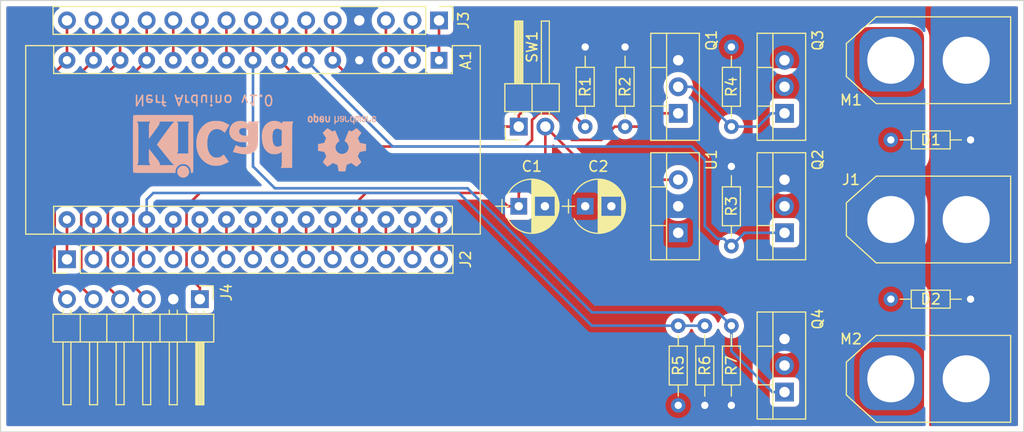
<source format=kicad_pcb>
(kicad_pcb (version 20171130) (host pcbnew "(5.1.4)-1")
  (layers (0 F.Cu signal hide) (31 B.Cu signal hide) (34 B.Paste user) (35 F.Paste user) (36 B.SilkS user) (37 F.SilkS user) (38 B.Mask user) (39 F.Mask user) (44 Edge.Cuts user))
  (net 0 "")
  (net 1 +5V)
  (net 2 GND)
  (net 3 +BATT)
  (net 4 "Net-(D1-Pad1)")
  (net 5 "Net-(A1-Pad5)")
  (net 6 "Net-(A1-Pad7)")
  (net 7 "Net-(A1-Pad6)")
  (net 8 "Net-(Q1-Pad2)")
  (net 9 "Net-(A1-Pad16)")
  (net 10 "Net-(A1-Pad15)")
  (net 11 "Net-(A1-Pad30)")
  (net 12 "Net-(A1-Pad14)")
  (net 13 "Net-(A1-Pad29)")
  (net 14 "Net-(A1-Pad13)")
  (net 15 "Net-(A1-Pad28)")
  (net 16 "Net-(A1-Pad12)")
  (net 17 "Net-(A1-Pad11)")
  (net 18 "Net-(A1-Pad26)")
  (net 19 "Net-(A1-Pad10)")
  (net 20 "Net-(A1-Pad25)")
  (net 21 "Net-(A1-Pad9)")
  (net 22 "Net-(A1-Pad24)")
  (net 23 "Net-(A1-Pad8)")
  (net 24 "Net-(A1-Pad23)")
  (net 25 "Net-(A1-Pad22)")
  (net 26 "Net-(A1-Pad21)")
  (net 27 "Net-(A1-Pad20)")
  (net 28 "Net-(A1-Pad19)")
  (net 29 "Net-(A1-Pad3)")
  (net 30 "Net-(A1-Pad18)")
  (net 31 "Net-(A1-Pad2)")
  (net 32 "Net-(A1-Pad17)")
  (net 33 "Net-(A1-Pad1)")
  (net 34 "Net-(D2-Pad1)")
  (module Symbols:OSHW-Logo2_7.3x6mm_SilkScreen (layer B.Cu) (at 87.249 53.594)
    (fp_text reference REF*** hide)
    (fp_text value OSHW-Logo2_7.3x6mm_SilkScreen hide)
  )
  (module Symbols:KiCad-Logo_6mm_SilkScreen (layer B.Cu) (at 74.93 53.975)
    (fp_text reference REF*** hide)
    (fp_text value KiCad-Logo_6mm_SilkScreen hide)
  )
  (module Capacitors_THT:CP_Radial_D5.0mm_P2.50mm (layer F.Cu) (at 104.14 59.69)
    (fp_text reference C1 (at 1.25 -3.81) (layer F.SilkS))
    (fp_text value 10uF)
    (pad 1 thru_hole rect (at 0 0) (size 1.6 1.6) (drill 0.8) (layers *.Cu *.Mask) (net 1 +5V))
    (pad 2 thru_hole circle (at 2.5 0) (size 1.6 1.6) (drill 0.8) (layers *.Cu *.Mask) (net 2 GND))
  )
  (module Capacitors_THT:CP_Radial_D5.0mm_P2.50mm (layer F.Cu) (at 110.49 59.69)
    (fp_text reference C2 (at 1.25 -3.81) (layer F.SilkS))
    (fp_text value 10uF)
    (pad 2 thru_hole circle (at 2.5 0) (size 1.6 1.6) (drill 0.8) (layers *.Cu *.Mask) (net 2 GND))
    (pad 1 thru_hole rect (at 0 0) (size 1.6 1.6) (drill 0.8) (layers *.Cu *.Mask) (net 3 +BATT))
  )
  (module Resistors_THT:R_Axial_DIN0204_L3.6mm_D1.6mm_P7.62mm_Horizontal (layer F.Cu) (at 139.7 53.34)
    (fp_text reference D1 (at 3.81 0) (layer F.SilkS))
    (fp_text value DIODE)
    (pad 2 thru_hole oval (at 7.62 0) (size 1.4 1.4) (drill 0.7) (layers *.Cu *.Mask) (net 3 +BATT))
    (pad 1 thru_hole circle (at 0 0) (size 1.4 1.4) (drill 0.7) (layers *.Cu *.Mask) (net 4 "Net-(D1-Pad1)"))
  )
  (module Connector_AMASS:AMASS_XT60-M_1x02_P7.20mm_Vertical (layer F.Cu) (at 139.7 60.96)
    (fp_text reference J1 (at -3.81 -3.81 180) (layer F.SilkS))
    (fp_text value Conn_01x02_Male)
    (pad 2 thru_hole circle (at 7.2 0) (size 6 6) (drill 4.5) (layers *.Cu *.Mask) (net 3 +BATT))
    (pad 1 thru_hole roundrect (at 0 0) (size 6 6) (drill 4.5) (layers *.Cu *.Mask) (net 2 GND))
  )
  (module Resistors_THT:R_Axial_DIN0204_L3.6mm_D1.6mm_P7.62mm_Horizontal (layer F.Cu) (at 110.49 44.45 270)
    (fp_text reference R1 (at 3.81 0 90) (layer F.SilkS))
    (fp_text value 10K)
    (pad 1 thru_hole circle (at 0 0 270) (size 1.4 1.4) (drill 0.7) (layers *.Cu *.Mask) (net 2 GND))
    (pad 2 thru_hole oval (at 7.62 0 270) (size 1.4 1.4) (drill 0.7) (layers *.Cu *.Mask) (net 5 "Net-(A1-Pad5)"))
  )
  (module Resistors_THT:R_Axial_DIN0204_L3.6mm_D1.6mm_P7.62mm_Horizontal (layer F.Cu) (at 114.3 52.07 90)
    (fp_text reference R2 (at 3.81 0 90) (layer F.SilkS))
    (fp_text value 1K)
    (pad 2 thru_hole oval (at 7.62 0 90) (size 1.4 1.4) (drill 0.7) (layers *.Cu *.Mask) (net 2 GND))
    (pad 1 thru_hole circle (at 0 0 90) (size 1.4 1.4) (drill 0.7) (layers *.Cu *.Mask) (net 6 "Net-(A1-Pad7)"))
  )
  (module Resistors_THT:R_Axial_DIN0204_L3.6mm_D1.6mm_P7.62mm_Horizontal (layer F.Cu) (at 124.46 63.5 90)
    (fp_text reference R3 (at 3.81 0 90) (layer F.SilkS))
    (fp_text value 1K)
    (pad 1 thru_hole circle (at 0 0 90) (size 1.4 1.4) (drill 0.7) (layers *.Cu *.Mask) (net 7 "Net-(A1-Pad6)"))
    (pad 2 thru_hole oval (at 7.62 0 90) (size 1.4 1.4) (drill 0.7) (layers *.Cu *.Mask) (net 2 GND))
  )
  (module Resistors_THT:R_Axial_DIN0204_L3.6mm_D1.6mm_P7.62mm_Horizontal (layer F.Cu) (at 124.46 52.07 90)
    (fp_text reference R4 (at 3.81 0 90) (layer F.SilkS))
    (fp_text value 10K)
    (pad 2 thru_hole oval (at 7.62 0 90) (size 1.4 1.4) (drill 0.7) (layers *.Cu *.Mask) (net 3 +BATT))
    (pad 1 thru_hole circle (at 0 0 90) (size 1.4 1.4) (drill 0.7) (layers *.Cu *.Mask) (net 8 "Net-(Q1-Pad2)"))
  )
  (module Pin_Headers:Pin_Header_Angled_1x02_Pitch2.54mm (layer F.Cu) (at 104.14 52.07 90)
    (fp_text reference SW1 (at 7.62 1.27 270) (layer F.SilkS))
    (fp_text value SW_Push)
    (pad 2 thru_hole oval (at 0 2.54 90) (size 1.7 1.7) (drill 1) (layers *.Cu *.Mask) (net 1 +5V))
    (pad 1 thru_hole rect (at 0 0 90) (size 1.7 1.7) (drill 1) (layers *.Cu *.Mask) (net 5 "Net-(A1-Pad5)"))
  )
  (module Modules:Arduino_Nano (layer F.Cu) (at 96.52 45.72 270)
    (fp_text reference A1 (at 0 -2.54 90) (layer F.SilkS))
    (fp_text value Arduino_Nano_v3.x)
    (pad 16 thru_hole oval (at 15.24 35.56 270) (size 1.6 1.6) (drill 0.8) (layers *.Cu *.Mask) (net 9 "Net-(A1-Pad16)"))
    (pad 15 thru_hole oval (at 0 35.56 270) (size 1.6 1.6) (drill 0.8) (layers *.Cu *.Mask) (net 10 "Net-(A1-Pad15)"))
    (pad 30 thru_hole oval (at 15.24 0 270) (size 1.6 1.6) (drill 0.8) (layers *.Cu *.Mask) (net 11 "Net-(A1-Pad30)"))
    (pad 14 thru_hole oval (at 0 33.02 270) (size 1.6 1.6) (drill 0.8) (layers *.Cu *.Mask) (net 12 "Net-(A1-Pad14)"))
    (pad 29 thru_hole oval (at 15.24 2.54 270) (size 1.6 1.6) (drill 0.8) (layers *.Cu *.Mask) (net 13 "Net-(A1-Pad29)"))
    (pad 13 thru_hole oval (at 0 30.48 270) (size 1.6 1.6) (drill 0.8) (layers *.Cu *.Mask) (net 14 "Net-(A1-Pad13)"))
    (pad 28 thru_hole oval (at 15.24 5.08 270) (size 1.6 1.6) (drill 0.8) (layers *.Cu *.Mask) (net 15 "Net-(A1-Pad28)"))
    (pad 12 thru_hole oval (at 0 27.94 270) (size 1.6 1.6) (drill 0.8) (layers *.Cu *.Mask) (net 16 "Net-(A1-Pad12)"))
    (pad 27 thru_hole oval (at 15.24 7.62 270) (size 1.6 1.6) (drill 0.8) (layers *.Cu *.Mask) (net 1 +5V))
    (pad 11 thru_hole oval (at 0 25.4 270) (size 1.6 1.6) (drill 0.8) (layers *.Cu *.Mask) (net 17 "Net-(A1-Pad11)"))
    (pad 26 thru_hole oval (at 15.24 10.16 270) (size 1.6 1.6) (drill 0.8) (layers *.Cu *.Mask) (net 18 "Net-(A1-Pad26)"))
    (pad 10 thru_hole oval (at 0 22.86 270) (size 1.6 1.6) (drill 0.8) (layers *.Cu *.Mask) (net 19 "Net-(A1-Pad10)"))
    (pad 25 thru_hole oval (at 15.24 12.7 270) (size 1.6 1.6) (drill 0.8) (layers *.Cu *.Mask) (net 20 "Net-(A1-Pad25)"))
    (pad 9 thru_hole oval (at 0 20.32 270) (size 1.6 1.6) (drill 0.8) (layers *.Cu *.Mask) (net 21 "Net-(A1-Pad9)"))
    (pad 24 thru_hole oval (at 15.24 15.24 270) (size 1.6 1.6) (drill 0.8) (layers *.Cu *.Mask) (net 22 "Net-(A1-Pad24)"))
    (pad 8 thru_hole oval (at 0 17.78 270) (size 1.6 1.6) (drill 0.8) (layers *.Cu *.Mask) (net 23 "Net-(A1-Pad8)"))
    (pad 23 thru_hole oval (at 15.24 17.78 270) (size 1.6 1.6) (drill 0.8) (layers *.Cu *.Mask) (net 24 "Net-(A1-Pad23)"))
    (pad 7 thru_hole oval (at 0 15.24 270) (size 1.6 1.6) (drill 0.8) (layers *.Cu *.Mask) (net 6 "Net-(A1-Pad7)"))
    (pad 22 thru_hole oval (at 15.24 20.32 270) (size 1.6 1.6) (drill 0.8) (layers *.Cu *.Mask) (net 25 "Net-(A1-Pad22)"))
    (pad 6 thru_hole oval (at 0 12.7 270) (size 1.6 1.6) (drill 0.8) (layers *.Cu *.Mask) (net 7 "Net-(A1-Pad6)"))
    (pad 21 thru_hole oval (at 15.24 22.86 270) (size 1.6 1.6) (drill 0.8) (layers *.Cu *.Mask) (net 26 "Net-(A1-Pad21)"))
    (pad 5 thru_hole oval (at 0 10.16 270) (size 1.6 1.6) (drill 0.8) (layers *.Cu *.Mask) (net 5 "Net-(A1-Pad5)"))
    (pad 20 thru_hole oval (at 15.24 25.4 270) (size 1.6 1.6) (drill 0.8) (layers *.Cu *.Mask) (net 27 "Net-(A1-Pad20)"))
    (pad 4 thru_hole oval (at 0 7.62 270) (size 1.6 1.6) (drill 0.8) (layers *.Cu *.Mask) (net 2 GND))
    (pad 19 thru_hole oval (at 15.24 27.94 270) (size 1.6 1.6) (drill 0.8) (layers *.Cu *.Mask) (net 28 "Net-(A1-Pad19)"))
    (pad 3 thru_hole oval (at 0 5.08 270) (size 1.6 1.6) (drill 0.8) (layers *.Cu *.Mask) (net 29 "Net-(A1-Pad3)"))
    (pad 18 thru_hole oval (at 15.24 30.48 270) (size 1.6 1.6) (drill 0.8) (layers *.Cu *.Mask) (net 30 "Net-(A1-Pad18)"))
    (pad 2 thru_hole oval (at 0 2.54 270) (size 1.6 1.6) (drill 0.8) (layers *.Cu *.Mask) (net 31 "Net-(A1-Pad2)"))
    (pad 17 thru_hole oval (at 15.24 33.02 270) (size 1.6 1.6) (drill 0.8) (layers *.Cu *.Mask) (net 32 "Net-(A1-Pad17)"))
    (pad 1 thru_hole rect (at 0 0 270) (size 1.6 1.6) (drill 0.8) (layers *.Cu *.Mask) (net 33 "Net-(A1-Pad1)"))
  )
  (module TO_SOT_Packages_THT:TO-220-3_Vertical (layer F.Cu) (at 119.38 50.8 90)
    (fp_text reference Q1 (at 6.985 3.175 270) (layer F.SilkS))
    (fp_text value IRF540N)
    (pad 1 thru_hole rect (at 0 0 90) (size 1.8 1.8) (drill 1) (layers *.Cu *.Mask) (net 6 "Net-(A1-Pad7)"))
    (pad 2 thru_hole oval (at 2.54 0 90) (size 1.8 1.8) (drill 1) (layers *.Cu *.Mask) (net 8 "Net-(Q1-Pad2)"))
    (pad 3 thru_hole oval (at 5.08 0 90) (size 1.8 1.8) (drill 1) (layers *.Cu *.Mask) (net 2 GND))
  )
  (module TO_SOT_Packages_THT:TO-220-3_Vertical (layer F.Cu) (at 129.54 62.23 90)
    (fp_text reference Q2 (at 6.985 3.175 90) (layer F.SilkS))
    (fp_text value IRF540N)
    (pad 3 thru_hole oval (at 5.08 0 90) (size 1.8 1.8) (drill 1) (layers *.Cu *.Mask) (net 2 GND))
    (pad 2 thru_hole oval (at 2.54 0 90) (size 1.8 1.8) (drill 1) (layers *.Cu *.Mask) (net 4 "Net-(D1-Pad1)"))
    (pad 1 thru_hole rect (at 0 0 90) (size 1.8 1.8) (drill 1) (layers *.Cu *.Mask) (net 7 "Net-(A1-Pad6)"))
  )
  (module TO_SOT_Packages_THT:TO-220-3_Vertical (layer F.Cu) (at 129.54 50.8 90)
    (fp_text reference Q3 (at 6.985 3.175 270) (layer F.SilkS))
    (fp_text value IRF4905)
    (pad 3 thru_hole oval (at 5.08 0 90) (size 1.8 1.8) (drill 1) (layers *.Cu *.Mask) (net 3 +BATT))
    (pad 2 thru_hole oval (at 2.54 0 90) (size 1.8 1.8) (drill 1) (layers *.Cu *.Mask) (net 4 "Net-(D1-Pad1)"))
    (pad 1 thru_hole rect (at 0 0 90) (size 1.8 1.8) (drill 1) (layers *.Cu *.Mask) (net 8 "Net-(Q1-Pad2)"))
  )
  (module TO_SOT_Packages_THT:TO-220-3_Vertical (layer F.Cu) (at 119.38 62.23 90)
    (fp_text reference U1 (at 6.985 3.175 90) (layer F.SilkS))
    (fp_text value LM7805_TO220)
    (pad 1 thru_hole rect (at 0 0 90) (size 1.8 1.8) (drill 1) (layers *.Cu *.Mask) (net 3 +BATT))
    (pad 2 thru_hole oval (at 2.54 0 90) (size 1.8 1.8) (drill 1) (layers *.Cu *.Mask) (net 2 GND))
    (pad 3 thru_hole oval (at 5.08 0 90) (size 1.8 1.8) (drill 1) (layers *.Cu *.Mask) (net 1 +5V))
  )
  (module Connector_AMASS:AMASS_XT60-F_1x02_P7.20mm_Vertical (layer F.Cu) (at 139.7 45.72)
    (fp_text reference M1 (at -3.81 3.81) (layer F.SilkS))
    (fp_text value Motor_DC_Flipped)
    (pad 2 thru_hole circle (at 7.2 0) (size 6 6) (drill 4.5) (layers *.Cu *.Mask) (net 3 +BATT))
    (pad 1 thru_hole roundrect (at 0 0) (size 6 6) (drill 4.5) (layers *.Cu *.Mask) (net 4 "Net-(D1-Pad1)"))
  )
  (module Pin_Headers:Pin_Header_Straight_1x15_Pitch2.54mm (layer F.Cu) (at 60.96 64.77 90)
    (fp_text reference J2 (at 0 38.1 90) (layer F.SilkS))
    (fp_text value Conn_01x15_Male)
    (pad 15 thru_hole oval (at 0 35.56 90) (size 1.7 1.7) (drill 1) (layers *.Cu *.Mask) (net 11 "Net-(A1-Pad30)"))
    (pad 14 thru_hole oval (at 0 33.02 90) (size 1.7 1.7) (drill 1) (layers *.Cu *.Mask) (net 13 "Net-(A1-Pad29)"))
    (pad 13 thru_hole oval (at 0 30.48 90) (size 1.7 1.7) (drill 1) (layers *.Cu *.Mask) (net 15 "Net-(A1-Pad28)"))
    (pad 12 thru_hole oval (at 0 27.94 90) (size 1.7 1.7) (drill 1) (layers *.Cu *.Mask) (net 1 +5V))
    (pad 11 thru_hole oval (at 0 25.4 90) (size 1.7 1.7) (drill 1) (layers *.Cu *.Mask) (net 18 "Net-(A1-Pad26)"))
    (pad 10 thru_hole oval (at 0 22.86 90) (size 1.7 1.7) (drill 1) (layers *.Cu *.Mask) (net 20 "Net-(A1-Pad25)"))
    (pad 9 thru_hole oval (at 0 20.32 90) (size 1.7 1.7) (drill 1) (layers *.Cu *.Mask) (net 22 "Net-(A1-Pad24)"))
    (pad 8 thru_hole oval (at 0 17.78 90) (size 1.7 1.7) (drill 1) (layers *.Cu *.Mask) (net 24 "Net-(A1-Pad23)"))
    (pad 7 thru_hole oval (at 0 15.24 90) (size 1.7 1.7) (drill 1) (layers *.Cu *.Mask) (net 25 "Net-(A1-Pad22)"))
    (pad 6 thru_hole oval (at 0 12.7 90) (size 1.7 1.7) (drill 1) (layers *.Cu *.Mask) (net 26 "Net-(A1-Pad21)"))
    (pad 5 thru_hole oval (at 0 10.16 90) (size 1.7 1.7) (drill 1) (layers *.Cu *.Mask) (net 27 "Net-(A1-Pad20)"))
    (pad 4 thru_hole oval (at 0 7.62 90) (size 1.7 1.7) (drill 1) (layers *.Cu *.Mask) (net 28 "Net-(A1-Pad19)"))
    (pad 3 thru_hole oval (at 0 5.08 90) (size 1.7 1.7) (drill 1) (layers *.Cu *.Mask) (net 30 "Net-(A1-Pad18)"))
    (pad 2 thru_hole oval (at 0 2.54 90) (size 1.7 1.7) (drill 1) (layers *.Cu *.Mask) (net 32 "Net-(A1-Pad17)"))
    (pad 1 thru_hole rect (at 0 0 90) (size 1.7 1.7) (drill 1) (layers *.Cu *.Mask) (net 9 "Net-(A1-Pad16)"))
  )
  (module Pin_Headers:Pin_Header_Straight_1x15_Pitch2.54mm (layer F.Cu) (at 96.52 41.91 270)
    (fp_text reference J3 (at 0 -2.33 90) (layer F.SilkS))
    (fp_text value Conn_01x15_Male)
    (pad 1 thru_hole rect (at 0 0 270) (size 1.7 1.7) (drill 1) (layers *.Cu *.Mask) (net 33 "Net-(A1-Pad1)"))
    (pad 2 thru_hole oval (at 0 2.54 270) (size 1.7 1.7) (drill 1) (layers *.Cu *.Mask) (net 31 "Net-(A1-Pad2)"))
    (pad 3 thru_hole oval (at 0 5.08 270) (size 1.7 1.7) (drill 1) (layers *.Cu *.Mask) (net 29 "Net-(A1-Pad3)"))
    (pad 4 thru_hole oval (at 0 7.62 270) (size 1.7 1.7) (drill 1) (layers *.Cu *.Mask) (net 2 GND))
    (pad 5 thru_hole oval (at 0 10.16 270) (size 1.7 1.7) (drill 1) (layers *.Cu *.Mask) (net 5 "Net-(A1-Pad5)"))
    (pad 6 thru_hole oval (at 0 12.7 270) (size 1.7 1.7) (drill 1) (layers *.Cu *.Mask) (net 7 "Net-(A1-Pad6)"))
    (pad 7 thru_hole oval (at 0 15.24 270) (size 1.7 1.7) (drill 1) (layers *.Cu *.Mask) (net 6 "Net-(A1-Pad7)"))
    (pad 8 thru_hole oval (at 0 17.78 270) (size 1.7 1.7) (drill 1) (layers *.Cu *.Mask) (net 23 "Net-(A1-Pad8)"))
    (pad 9 thru_hole oval (at 0 20.32 270) (size 1.7 1.7) (drill 1) (layers *.Cu *.Mask) (net 21 "Net-(A1-Pad9)"))
    (pad 10 thru_hole oval (at 0 22.86 270) (size 1.7 1.7) (drill 1) (layers *.Cu *.Mask) (net 19 "Net-(A1-Pad10)"))
    (pad 11 thru_hole oval (at 0 25.4 270) (size 1.7 1.7) (drill 1) (layers *.Cu *.Mask) (net 17 "Net-(A1-Pad11)"))
    (pad 12 thru_hole oval (at 0 27.94 270) (size 1.7 1.7) (drill 1) (layers *.Cu *.Mask) (net 16 "Net-(A1-Pad12)"))
    (pad 13 thru_hole oval (at 0 30.48 270) (size 1.7 1.7) (drill 1) (layers *.Cu *.Mask) (net 14 "Net-(A1-Pad13)"))
    (pad 14 thru_hole oval (at 0 33.02 270) (size 1.7 1.7) (drill 1) (layers *.Cu *.Mask) (net 12 "Net-(A1-Pad14)"))
    (pad 15 thru_hole oval (at 0 35.56 270) (size 1.7 1.7) (drill 1) (layers *.Cu *.Mask) (net 10 "Net-(A1-Pad15)"))
  )
  (module Resistors_THT:R_Axial_DIN0204_L3.6mm_D1.6mm_P7.62mm_Horizontal (layer F.Cu) (at 119.38 78.74 90)
    (fp_text reference R5 (at 3.81 0 90) (layer F.SilkS))
    (fp_text value 1M)
    (pad 1 thru_hole circle (at 0 0 90) (size 1.4 1.4) (drill 0.7) (layers *.Cu *.Mask) (net 3 +BATT))
    (pad 2 thru_hole oval (at 7.62 0 90) (size 1.4 1.4) (drill 0.7) (layers *.Cu *.Mask) (net 28 "Net-(A1-Pad19)"))
  )
  (module Resistors_THT:R_Axial_DIN0204_L3.6mm_D1.6mm_P7.62mm_Horizontal (layer F.Cu) (at 121.92 71.12 270)
    (fp_text reference R6 (at 3.81 0 90) (layer F.SilkS))
    (fp_text value 100k)
    (pad 2 thru_hole oval (at 7.62 0 270) (size 1.4 1.4) (drill 0.7) (layers *.Cu *.Mask) (net 2 GND))
    (pad 1 thru_hole circle (at 0 0 270) (size 1.4 1.4) (drill 0.7) (layers *.Cu *.Mask) (net 28 "Net-(A1-Pad19)"))
  )
  (module Pin_Headers:Pin_Header_Angled_1x06_Pitch2.54mm (layer F.Cu) (at 73.66 68.58 270)
    (fp_text reference J4 (at -0.635 -2.54 90) (layer F.SilkS))
    (fp_text value Conn_01x06_Male)
    (pad 6 thru_hole oval (at 0 12.7 270) (size 1.7 1.7) (drill 1) (layers *.Cu *.Mask) (net 10 "Net-(A1-Pad15)"))
    (pad 5 thru_hole oval (at 0 10.16 270) (size 1.7 1.7) (drill 1) (layers *.Cu *.Mask) (net 12 "Net-(A1-Pad14)"))
    (pad 4 thru_hole oval (at 0 7.62 270) (size 1.7 1.7) (drill 1) (layers *.Cu *.Mask) (net 14 "Net-(A1-Pad13)"))
    (pad 3 thru_hole oval (at 0 5.08 270) (size 1.7 1.7) (drill 1) (layers *.Cu *.Mask) (net 16 "Net-(A1-Pad12)"))
    (pad 2 thru_hole oval (at 0 2.54 270) (size 1.7 1.7) (drill 1) (layers *.Cu *.Mask) (net 2 GND))
    (pad 1 thru_hole rect (at 0 0 270) (size 1.7 1.7) (drill 1) (layers *.Cu *.Mask) (net 1 +5V))
  )
  (module Resistors_THT:R_Axial_DIN0204_L3.6mm_D1.6mm_P7.62mm_Horizontal (layer F.Cu) (at 139.7 68.58)
    (fp_text reference D2 (at 3.81 0) (layer F.SilkS))
    (fp_text value DIODE)
    (pad 2 thru_hole oval (at 7.62 0) (size 1.4 1.4) (drill 0.7) (layers *.Cu *.Mask) (net 3 +BATT))
    (pad 1 thru_hole circle (at 0 0) (size 1.4 1.4) (drill 0.7) (layers *.Cu *.Mask) (net 34 "Net-(D2-Pad1)"))
  )
  (module Connector_AMASS:AMASS_XT60-F_1x02_P7.20mm_Vertical (layer F.Cu) (at 139.7 76.2)
    (fp_text reference M2 (at -3.81 -3.81 180) (layer F.SilkS))
    (fp_text value Motor_DC_Flipped)
    (pad 2 thru_hole circle (at 7.2 0) (size 6 6) (drill 4.5) (layers *.Cu *.Mask) (net 3 +BATT))
    (pad 1 thru_hole roundrect (at 0 0) (size 6 6) (drill 4.5) (layers *.Cu *.Mask) (net 34 "Net-(D2-Pad1)"))
  )
  (module TO_SOT_Packages_THT:TO-220-3_Vertical (layer F.Cu) (at 129.54 77.47 90)
    (fp_text reference Q4 (at 6.985 3.175 90) (layer F.SilkS))
    (fp_text value IRF540N)
    (pad 3 thru_hole oval (at 5.08 0 90) (size 1.8 1.8) (drill 1) (layers *.Cu *.Mask) (net 2 GND))
    (pad 2 thru_hole oval (at 2.54 0 90) (size 1.8 1.8) (drill 1) (layers *.Cu *.Mask) (net 34 "Net-(D2-Pad1)"))
    (pad 1 thru_hole rect (at 0 0 90) (size 1.8 1.8) (drill 1) (layers *.Cu *.Mask) (net 23 "Net-(A1-Pad8)"))
  )
  (module Resistors_THT:R_Axial_DIN0204_L3.6mm_D1.6mm_P7.62mm_Horizontal (layer F.Cu) (at 124.46 71.12 270)
    (fp_text reference R7 (at 3.81 0 90) (layer F.SilkS))
    (fp_text value 1K)
    (pad 1 thru_hole circle (at 0 0 270) (size 1.4 1.4) (drill 0.7) (layers *.Cu *.Mask) (net 23 "Net-(A1-Pad8)"))
    (pad 2 thru_hole oval (at 7.62 0 270) (size 1.4 1.4) (drill 0.7) (layers *.Cu *.Mask) (net 2 GND))
  )
  (gr_text "Nerf Arduino v1.0" (at 74.041 49.53 180) (layer B.SilkS) (effects (font (size 1 1)) (justify mirror)))
  (gr_line (start 54.61 40.005) (end 152.4 40.005) (layer Edge.Cuts) (width 0.1))
  (gr_line (start 54.61 81.28) (end 54.61 40.005) (layer Edge.Cuts) (width 0.1))
  (gr_line (start 152.4 81.28) (end 54.61 81.28) (layer Edge.Cuts) (width 0.1))
  (gr_line (start 152.4 40.005) (end 152.4 81.28) (layer Edge.Cuts) (width 0.1))
  (segment (start 111.76 57.15) (end 106.68 52.07) (width 0.25) (layer F.Cu) (net 1))
  (segment (start 119.38 57.15) (end 111.76 57.15) (width 0.25) (layer F.Cu) (net 1))
  (segment (start 104.14 59.69) (end 104.14 58.42) (width 0.25) (layer F.Cu) (net 1))
  (segment (start 106.68 55.88) (end 106.68 52.07) (width 0.25) (layer F.Cu) (net 1))
  (segment (start 104.14 58.42) (end 106.68 55.88) (width 0.25) (layer F.Cu) (net 1))
  (segment (start 88.9 60.96) (end 88.9 64.135) (width 0.25) (layer F.Cu) (net 1))
  (segment (start 103.505 59.69) (end 104.14 59.69) (width 0.25) (layer F.Cu) (net 1))
  (segment (start 103.09 59.69) (end 101.82 58.42) (width 0.25) (layer F.Cu) (net 1))
  (segment (start 104.14 59.69) (end 103.09 59.69) (width 0.25) (layer F.Cu) (net 1))
  (segment (start 73.66 58.42) (end 72.7075 59.3725) (width 0.25) (layer F.Cu) (net 1))
  (segment (start 72.39 59.69) (end 72.7075 59.3725) (width 0.25) (layer F.Cu) (net 1))
  (segment (start 72.7075 59.3725) (end 73.025 59.055) (width 0.25) (layer F.Cu) (net 1))
  (segment (start 101.82 58.42) (end 89.535 58.42) (width 0.25) (layer F.Cu) (net 1))
  (segment (start 89.535 58.42) (end 73.66 58.42) (width 0.25) (layer F.Cu) (net 1))
  (segment (start 88.9 59.055) (end 89.535 58.42) (width 0.25) (layer F.Cu) (net 1))
  (segment (start 88.9 60.96) (end 88.9 59.055) (width 0.25) (layer F.Cu) (net 1))
  (segment (start 73.66 67.48) (end 73.66 68.58) (width 0.25) (layer F.Cu) (net 1))
  (segment (start 72.39 66.21) (end 73.66 67.48) (width 0.25) (layer F.Cu) (net 1))
  (segment (start 72.39 59.69) (end 72.39 66.21) (width 0.25) (layer F.Cu) (net 1))
  (segment (start 88.9 45.72) (end 88.9 42.545) (width 0.25) (layer F.Cu) (net 2))
  (segment (start 137.16 48.26) (end 139.7 45.72) (width 0.25) (layer B.Cu) (net 4))
  (segment (start 104.14 50.97) (end 104.14 52.07) (width 0.25) (layer F.Cu) (net 5))
  (segment (start 105.58 49.53) (end 104.14 50.97) (width 0.25) (layer F.Cu) (net 5))
  (segment (start 107.95 49.53) (end 105.58 49.53) (width 0.25) (layer F.Cu) (net 5))
  (segment (start 110.49 52.07) (end 107.95 49.53) (width 0.25) (layer F.Cu) (net 5))
  (segment (start 92.71 52.07) (end 86.36 45.72) (width 0.25) (layer F.Cu) (net 5))
  (segment (start 104.14 52.07) (end 92.71 52.07) (width 0.25) (layer F.Cu) (net 5))
  (segment (start 86.36 45.72) (end 86.36 42.545) (width 0.25) (layer F.Cu) (net 5))
  (segment (start 114.3 52.07) (end 115.57 52.07) (width 0.25) (layer F.Cu) (net 6))
  (segment (start 116.84 50.8) (end 119.38 50.8) (width 0.25) (layer F.Cu) (net 6))
  (segment (start 115.57 52.07) (end 116.84 50.8) (width 0.25) (layer F.Cu) (net 6))
  (segment (start 89.535 53.975) (end 81.28 45.72) (width 0.25) (layer F.Cu) (net 6))
  (segment (start 113.310051 52.07) (end 112.040051 53.34) (width 0.25) (layer F.Cu) (net 6))
  (segment (start 114.3 52.07) (end 113.310051 52.07) (width 0.25) (layer F.Cu) (net 6))
  (segment (start 112.040051 53.34) (end 109.22 53.34) (width 0.25) (layer F.Cu) (net 6))
  (segment (start 109.22 53.34) (end 108.585 52.705) (width 0.25) (layer F.Cu) (net 6))
  (segment (start 108.585 52.705) (end 108.585 52.07) (width 0.25) (layer F.Cu) (net 6))
  (segment (start 108.585 52.07) (end 107.315 50.8) (width 0.25) (layer F.Cu) (net 6))
  (segment (start 107.315 50.8) (end 106.045 50.8) (width 0.25) (layer F.Cu) (net 6))
  (segment (start 106.045 50.8) (end 105.41 51.435) (width 0.25) (layer F.Cu) (net 6))
  (segment (start 105.41 51.435) (end 105.41 53.34) (width 0.25) (layer F.Cu) (net 6))
  (segment (start 105.41 53.34) (end 104.775 53.975) (width 0.25) (layer F.Cu) (net 6))
  (segment (start 104.775 53.975) (end 89.535 53.975) (width 0.25) (layer F.Cu) (net 6))
  (segment (start 81.28 45.72) (end 81.28 42.545) (width 0.25) (layer F.Cu) (net 6))
  (segment (start 125.73 62.23) (end 124.46 63.5) (width 0.25) (layer B.Cu) (net 7))
  (segment (start 129.54 62.23) (end 125.73 62.23) (width 0.25) (layer B.Cu) (net 7))
  (segment (start 83.82 42.545) (end 83.82 45.72) (width 0.25) (layer F.Cu) (net 7))
  (segment (start 123.760001 62.800001) (end 124.46 63.5) (width 0.25) (layer B.Cu) (net 7))
  (segment (start 92.075 53.975) (end 120.65 53.975) (width 0.25) (layer B.Cu) (net 7))
  (segment (start 83.82 45.72) (end 92.075 53.975) (width 0.25) (layer B.Cu) (net 7))
  (segment (start 120.65 53.975) (end 121.92 55.245) (width 0.25) (layer B.Cu) (net 7))
  (segment (start 121.92 55.245) (end 121.92 61.595) (width 0.25) (layer B.Cu) (net 7))
  (segment (start 121.92 61.595) (end 123.125001 62.800001) (width 0.25) (layer B.Cu) (net 7))
  (segment (start 123.125001 62.800001) (end 123.760001 62.800001) (width 0.25) (layer B.Cu) (net 7))
  (segment (start 119.38 48.26) (end 120.65 48.26) (width 0.25) (layer B.Cu) (net 8))
  (segment (start 120.65 48.26) (end 124.46 52.07) (width 0.25) (layer B.Cu) (net 8))
  (segment (start 124.46 52.07) (end 127 52.07) (width 0.25) (layer B.Cu) (net 8))
  (segment (start 128.27 50.8) (end 129.54 50.8) (width 0.25) (layer B.Cu) (net 8))
  (segment (start 127 52.07) (end 128.27 50.8) (width 0.25) (layer B.Cu) (net 8))
  (segment (start 60.96 62.09137) (end 60.96 64.135) (width 0.25) (layer F.Cu) (net 9))
  (segment (start 60.96 60.96) (end 60.96 62.09137) (width 0.25) (layer F.Cu) (net 9))
  (segment (start 60.96 45.72) (end 60.96 42.545) (width 0.25) (layer F.Cu) (net 10))
  (segment (start 59.784999 67.404999) (end 60.96 68.58) (width 0.25) (layer F.Cu) (net 10))
  (segment (start 60.96 45.72) (end 59.784999 46.895001) (width 0.25) (layer F.Cu) (net 10))
  (segment (start 59.784999 46.895001) (end 59.784999 67.404999) (width 0.25) (layer F.Cu) (net 10))
  (segment (start 96.52 60.96) (end 96.52 64.135) (width 0.25) (layer F.Cu) (net 11))
  (segment (start 63.5 45.72) (end 63.5 42.545) (width 0.25) (layer F.Cu) (net 12))
  (segment (start 62.700001 46.519999) (end 63.5 45.72) (width 0.25) (layer F.Cu) (net 12))
  (segment (start 62.324999 46.895001) (end 62.700001 46.519999) (width 0.25) (layer F.Cu) (net 12))
  (segment (start 62.324999 66.769999) (end 62.324999 46.895001) (width 0.25) (layer F.Cu) (net 12))
  (segment (start 62.324999 67.404999) (end 62.324999 66.769999) (width 0.25) (layer F.Cu) (net 12))
  (segment (start 63.5 68.58) (end 62.324999 67.404999) (width 0.25) (layer F.Cu) (net 12))
  (segment (start 93.98 60.96) (end 93.98 64.135) (width 0.25) (layer F.Cu) (net 13))
  (segment (start 66.04 45.72) (end 66.04 41.91) (width 0.25) (layer F.Cu) (net 14))
  (segment (start 65.240001 46.519999) (end 66.04 45.72) (width 0.25) (layer F.Cu) (net 14))
  (segment (start 64.864999 46.895001) (end 65.240001 46.519999) (width 0.25) (layer F.Cu) (net 14))
  (segment (start 66.04 68.58) (end 64.864999 67.404999) (width 0.25) (layer F.Cu) (net 14))
  (segment (start 64.864999 67.404999) (end 64.864999 46.895001) (width 0.25) (layer F.Cu) (net 14))
  (segment (start 91.44 60.96) (end 91.44 64.135) (width 0.25) (layer F.Cu) (net 15))
  (segment (start 68.58 45.72) (end 68.58 41.91) (width 0.25) (layer F.Cu) (net 16))
  (segment (start 67.404999 46.895001) (end 68.58 45.72) (width 0.25) (layer F.Cu) (net 16))
  (segment (start 67.31 46.99) (end 67.404999 46.895001) (width 0.25) (layer F.Cu) (net 16))
  (segment (start 68.58 68.58) (end 67.31 67.31) (width 0.25) (layer F.Cu) (net 16))
  (segment (start 67.31 67.31) (end 67.31 46.99) (width 0.25) (layer F.Cu) (net 16))
  (segment (start 71.12 45.72) (end 71.12 42.545) (width 0.25) (layer F.Cu) (net 17))
  (segment (start 86.36 60.96) (end 86.36 64.135) (width 0.25) (layer F.Cu) (net 18))
  (segment (start 73.66 42.545) (end 73.66 43.747081) (width 0.25) (layer F.Cu) (net 19))
  (segment (start 73.66 43.747081) (end 73.66 45.72) (width 0.25) (layer F.Cu) (net 19))
  (segment (start 83.82 60.96) (end 83.82 64.135) (width 0.25) (layer F.Cu) (net 20))
  (segment (start 76.2 45.72) (end 76.2 42.545) (width 0.25) (layer F.Cu) (net 21))
  (segment (start 81.28 60.96) (end 81.28 64.135) (width 0.25) (layer F.Cu) (net 22))
  (segment (start 124.46 72.109949) (end 124.46 71.12) (width 0.25) (layer B.Cu) (net 23))
  (segment (start 124.46 73.54) (end 124.46 72.109949) (width 0.25) (layer B.Cu) (net 23))
  (segment (start 128.39 77.47) (end 124.46 73.54) (width 0.25) (layer B.Cu) (net 23))
  (segment (start 129.54 77.47) (end 128.39 77.47) (width 0.25) (layer B.Cu) (net 23))
  (segment (start 78.74 55.88) (end 78.74 45.72) (width 0.25) (layer B.Cu) (net 23))
  (segment (start 80.82999 57.96999) (end 78.74 55.88) (width 0.25) (layer B.Cu) (net 23))
  (segment (start 99.24499 57.96999) (end 80.82999 57.96999) (width 0.25) (layer B.Cu) (net 23))
  (segment (start 111.125 69.85) (end 99.24499 57.96999) (width 0.25) (layer B.Cu) (net 23))
  (segment (start 124.46 71.12) (end 123.19 69.85) (width 0.25) (layer B.Cu) (net 23))
  (segment (start 123.19 69.85) (end 111.125 69.85) (width 0.25) (layer B.Cu) (net 23))
  (segment (start 78.74 45.72) (end 78.74 41.91) (width 0.25) (layer F.Cu) (net 23))
  (segment (start 78.74 60.96) (end 78.74 64.135) (width 0.25) (layer F.Cu) (net 24))
  (segment (start 76.2 60.96) (end 76.2 64.135) (width 0.25) (layer F.Cu) (net 25))
  (segment (start 73.66 60.96) (end 73.66 64.135) (width 0.25) (layer F.Cu) (net 26))
  (segment (start 71.12 60.96) (end 71.12 64.135) (width 0.25) (layer F.Cu) (net 27))
  (segment (start 68.58 62.09137) (end 68.58 64.135) (width 0.25) (layer F.Cu) (net 28))
  (segment (start 68.58 60.96) (end 68.58 62.09137) (width 0.25) (layer F.Cu) (net 28))
  (segment (start 119.38 71.12) (end 121.92 71.12) (width 0.25) (layer B.Cu) (net 28))
  (segment (start 111.125 71.12) (end 119.38 71.12) (width 0.25) (layer B.Cu) (net 28))
  (segment (start 98.425 58.42) (end 111.125 71.12) (width 0.25) (layer B.Cu) (net 28))
  (segment (start 69.215 58.42) (end 98.425 58.42) (width 0.25) (layer B.Cu) (net 28))
  (segment (start 68.58 60.96) (end 68.58 59.055) (width 0.25) (layer B.Cu) (net 28))
  (segment (start 68.58 59.055) (end 69.215 58.42) (width 0.25) (layer B.Cu) (net 28))
  (segment (start 91.44 45.72) (end 91.44 42.545) (width 0.25) (layer F.Cu) (net 29))
  (segment (start 66.04 60.96) (end 66.04 64.135) (width 0.25) (layer F.Cu) (net 30))
  (segment (start 93.98 45.72) (end 93.98 42.545) (width 0.25) (layer F.Cu) (net 31))
  (segment (start 63.5 62.09137) (end 63.5 64.135) (width 0.25) (layer F.Cu) (net 32))
  (segment (start 63.5 60.96) (end 63.5 62.09137) (width 0.25) (layer F.Cu) (net 32))
  (segment (start 96.52 44.67) (end 96.52 42.545) (width 0.25) (layer F.Cu) (net 33))
  (segment (start 96.52 45.72) (end 96.52 44.67) (width 0.25) (layer F.Cu) (net 33))
  (zone (net 2) (net_name GND) (layer B.Cu) (priority 1) (connect_pads yes (clearance 0.508)) (min_thickness 0.254) (fill yes (arc_segments 32) (thermal_gap 0.508) (thermal_bridge_width 0.508))
    (polygon (pts (xy 54.61 40.005) (xy 143.51 40.005) (xy 143.51 81.28) (xy 54.61 81.28)))
  )
  (zone (net 4) (net_name "Net-(D1-Pad1)") (layer F.Cu) (priority 3) (connect_pads yes (clearance 0.508)) (min_thickness 0.254) (fill yes (arc_segments 32) (thermal_gap 0.508) (thermal_bridge_width 0.508) (smoothing fillet) (radius 1))
    (polygon (pts (xy 142.875 42.545) (xy 137.16 42.545) (xy 132.08 46.99) (xy 127 46.99) (xy 127 60.96) (xy 133.35 60.96) (xy 139.065 55.88) (xy 142.875 55.88)))
  )
  (zone (net 3) (net_name +BATT) (layer F.Cu) (priority 1) (connect_pads yes (clearance 0.508)) (min_thickness 0.254) (fill yes (arc_segments 32) (thermal_gap 0.508) (thermal_bridge_width 0.508))
    (polygon (pts (xy 152.4 40.005) (xy 54.61 40.005) (xy 54.61 81.28) (xy 152.4 81.28)))
  )
  (zone (net 34) (net_name "Net-(D2-Pad1)") (layer F.Cu) (priority 3) (connect_pads yes (clearance 0.508)) (min_thickness 0.254) (fill yes (arc_segments 32) (thermal_gap 0.508) (thermal_bridge_width 0.508) (smoothing fillet) (radius 1))
    (polygon (pts (xy 142.875 81.28) (xy 127 81.28) (xy 127 73.66) (xy 132.08 73.66) (xy 138.43 67.31) (xy 142.875 67.31)))
  )
  (zone (net 3) (net_name +BATT) (layer B.Cu) (priority 3) (connect_pads yes (clearance 0.508)) (min_thickness 0.254) (fill yes (arc_segments 32) (thermal_gap 0.508) (thermal_bridge_width 0.508) (smoothing fillet) (radius 1))
    (polygon (pts (xy 152.4 40.005) (xy 152.4 81.28) (xy 143.51 81.28) (xy 143.51 40.005)))
  )
)
</source>
